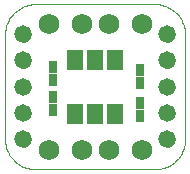
<source format=gts>
G75*
%MOIN*%
%OFA0B0*%
%FSLAX24Y24*%
%IPPOS*%
%LPD*%
%AMOC8*
5,1,8,0,0,1.08239X$1,22.5*
%
%ADD10C,0.0040*%
%ADD11C,0.0000*%
%ADD12C,0.0680*%
%ADD13C,0.0580*%
%ADD14R,0.0552X0.0671*%
%ADD15R,0.0316X0.0395*%
D10*
X001120Y000120D02*
X005120Y000120D01*
X005180Y000122D01*
X005241Y000127D01*
X005300Y000136D01*
X005359Y000149D01*
X005418Y000165D01*
X005475Y000185D01*
X005530Y000208D01*
X005585Y000235D01*
X005637Y000264D01*
X005688Y000297D01*
X005737Y000333D01*
X005783Y000371D01*
X005827Y000413D01*
X005869Y000457D01*
X005907Y000503D01*
X005943Y000552D01*
X005976Y000603D01*
X006005Y000655D01*
X006032Y000710D01*
X006055Y000765D01*
X006075Y000822D01*
X006091Y000881D01*
X006104Y000940D01*
X006113Y000999D01*
X006118Y001060D01*
X006120Y001120D01*
X006120Y004620D01*
X006118Y004680D01*
X006113Y004741D01*
X006104Y004800D01*
X006091Y004859D01*
X006075Y004918D01*
X006055Y004975D01*
X006032Y005030D01*
X006005Y005085D01*
X005976Y005137D01*
X005943Y005188D01*
X005907Y005237D01*
X005869Y005283D01*
X005827Y005327D01*
X005783Y005369D01*
X005737Y005407D01*
X005688Y005443D01*
X005637Y005476D01*
X005585Y005505D01*
X005530Y005532D01*
X005475Y005555D01*
X005418Y005575D01*
X005359Y005591D01*
X005300Y005604D01*
X005241Y005613D01*
X005180Y005618D01*
X005120Y005620D01*
X001120Y005620D01*
X001060Y005618D01*
X000999Y005613D01*
X000940Y005604D01*
X000881Y005591D01*
X000822Y005575D01*
X000765Y005555D01*
X000710Y005532D01*
X000655Y005505D01*
X000603Y005476D01*
X000552Y005443D01*
X000503Y005407D01*
X000457Y005369D01*
X000413Y005327D01*
X000371Y005283D01*
X000333Y005237D01*
X000297Y005188D01*
X000264Y005137D01*
X000235Y005085D01*
X000208Y005030D01*
X000185Y004975D01*
X000165Y004918D01*
X000149Y004859D01*
X000136Y004800D01*
X000127Y004741D01*
X000122Y004680D01*
X000120Y004620D01*
X000120Y001120D01*
X000122Y001060D01*
X000127Y000999D01*
X000136Y000940D01*
X000149Y000881D01*
X000165Y000822D01*
X000185Y000765D01*
X000208Y000710D01*
X000235Y000655D01*
X000264Y000603D01*
X000297Y000552D01*
X000333Y000503D01*
X000371Y000457D01*
X000413Y000413D01*
X000457Y000371D01*
X000503Y000333D01*
X000552Y000297D01*
X000603Y000264D01*
X000655Y000235D01*
X000710Y000208D01*
X000765Y000185D01*
X000822Y000165D01*
X000881Y000149D01*
X000940Y000136D01*
X000999Y000127D01*
X001060Y000122D01*
X001120Y000120D01*
D11*
X001270Y000770D02*
X001272Y000804D01*
X001278Y000838D01*
X001287Y000871D01*
X001301Y000902D01*
X001318Y000932D01*
X001338Y000960D01*
X001361Y000985D01*
X001387Y001008D01*
X001415Y001027D01*
X001445Y001043D01*
X001477Y001055D01*
X001510Y001064D01*
X001544Y001069D01*
X001579Y001070D01*
X001613Y001067D01*
X001646Y001060D01*
X001679Y001050D01*
X001710Y001035D01*
X001739Y001018D01*
X001766Y000997D01*
X001791Y000973D01*
X001813Y000946D01*
X001831Y000918D01*
X001846Y000887D01*
X001858Y000855D01*
X001866Y000821D01*
X001870Y000787D01*
X001870Y000753D01*
X001866Y000719D01*
X001858Y000685D01*
X001846Y000653D01*
X001831Y000622D01*
X001813Y000594D01*
X001791Y000567D01*
X001766Y000543D01*
X001739Y000522D01*
X001710Y000505D01*
X001679Y000490D01*
X001646Y000480D01*
X001613Y000473D01*
X001579Y000470D01*
X001544Y000471D01*
X001510Y000476D01*
X001477Y000485D01*
X001445Y000497D01*
X001415Y000513D01*
X001387Y000532D01*
X001361Y000555D01*
X001338Y000580D01*
X001318Y000608D01*
X001301Y000638D01*
X001287Y000669D01*
X001278Y000702D01*
X001272Y000736D01*
X001270Y000770D01*
X000470Y001120D02*
X000472Y001151D01*
X000478Y001182D01*
X000488Y001212D01*
X000501Y001240D01*
X000518Y001267D01*
X000538Y001291D01*
X000561Y001313D01*
X000586Y001331D01*
X000614Y001346D01*
X000643Y001358D01*
X000673Y001366D01*
X000704Y001370D01*
X000736Y001370D01*
X000767Y001366D01*
X000797Y001358D01*
X000826Y001346D01*
X000854Y001331D01*
X000879Y001313D01*
X000902Y001291D01*
X000922Y001267D01*
X000939Y001240D01*
X000952Y001212D01*
X000962Y001182D01*
X000968Y001151D01*
X000970Y001120D01*
X000968Y001089D01*
X000962Y001058D01*
X000952Y001028D01*
X000939Y001000D01*
X000922Y000973D01*
X000902Y000949D01*
X000879Y000927D01*
X000854Y000909D01*
X000826Y000894D01*
X000797Y000882D01*
X000767Y000874D01*
X000736Y000870D01*
X000704Y000870D01*
X000673Y000874D01*
X000643Y000882D01*
X000614Y000894D01*
X000586Y000909D01*
X000561Y000927D01*
X000538Y000949D01*
X000518Y000973D01*
X000501Y001000D01*
X000488Y001028D01*
X000478Y001058D01*
X000472Y001089D01*
X000470Y001120D01*
X000470Y001995D02*
X000472Y002026D01*
X000478Y002057D01*
X000488Y002087D01*
X000501Y002115D01*
X000518Y002142D01*
X000538Y002166D01*
X000561Y002188D01*
X000586Y002206D01*
X000614Y002221D01*
X000643Y002233D01*
X000673Y002241D01*
X000704Y002245D01*
X000736Y002245D01*
X000767Y002241D01*
X000797Y002233D01*
X000826Y002221D01*
X000854Y002206D01*
X000879Y002188D01*
X000902Y002166D01*
X000922Y002142D01*
X000939Y002115D01*
X000952Y002087D01*
X000962Y002057D01*
X000968Y002026D01*
X000970Y001995D01*
X000968Y001964D01*
X000962Y001933D01*
X000952Y001903D01*
X000939Y001875D01*
X000922Y001848D01*
X000902Y001824D01*
X000879Y001802D01*
X000854Y001784D01*
X000826Y001769D01*
X000797Y001757D01*
X000767Y001749D01*
X000736Y001745D01*
X000704Y001745D01*
X000673Y001749D01*
X000643Y001757D01*
X000614Y001769D01*
X000586Y001784D01*
X000561Y001802D01*
X000538Y001824D01*
X000518Y001848D01*
X000501Y001875D01*
X000488Y001903D01*
X000478Y001933D01*
X000472Y001964D01*
X000470Y001995D01*
X000470Y002870D02*
X000472Y002901D01*
X000478Y002932D01*
X000488Y002962D01*
X000501Y002990D01*
X000518Y003017D01*
X000538Y003041D01*
X000561Y003063D01*
X000586Y003081D01*
X000614Y003096D01*
X000643Y003108D01*
X000673Y003116D01*
X000704Y003120D01*
X000736Y003120D01*
X000767Y003116D01*
X000797Y003108D01*
X000826Y003096D01*
X000854Y003081D01*
X000879Y003063D01*
X000902Y003041D01*
X000922Y003017D01*
X000939Y002990D01*
X000952Y002962D01*
X000962Y002932D01*
X000968Y002901D01*
X000970Y002870D01*
X000968Y002839D01*
X000962Y002808D01*
X000952Y002778D01*
X000939Y002750D01*
X000922Y002723D01*
X000902Y002699D01*
X000879Y002677D01*
X000854Y002659D01*
X000826Y002644D01*
X000797Y002632D01*
X000767Y002624D01*
X000736Y002620D01*
X000704Y002620D01*
X000673Y002624D01*
X000643Y002632D01*
X000614Y002644D01*
X000586Y002659D01*
X000561Y002677D01*
X000538Y002699D01*
X000518Y002723D01*
X000501Y002750D01*
X000488Y002778D01*
X000478Y002808D01*
X000472Y002839D01*
X000470Y002870D01*
X000470Y003745D02*
X000472Y003776D01*
X000478Y003807D01*
X000488Y003837D01*
X000501Y003865D01*
X000518Y003892D01*
X000538Y003916D01*
X000561Y003938D01*
X000586Y003956D01*
X000614Y003971D01*
X000643Y003983D01*
X000673Y003991D01*
X000704Y003995D01*
X000736Y003995D01*
X000767Y003991D01*
X000797Y003983D01*
X000826Y003971D01*
X000854Y003956D01*
X000879Y003938D01*
X000902Y003916D01*
X000922Y003892D01*
X000939Y003865D01*
X000952Y003837D01*
X000962Y003807D01*
X000968Y003776D01*
X000970Y003745D01*
X000968Y003714D01*
X000962Y003683D01*
X000952Y003653D01*
X000939Y003625D01*
X000922Y003598D01*
X000902Y003574D01*
X000879Y003552D01*
X000854Y003534D01*
X000826Y003519D01*
X000797Y003507D01*
X000767Y003499D01*
X000736Y003495D01*
X000704Y003495D01*
X000673Y003499D01*
X000643Y003507D01*
X000614Y003519D01*
X000586Y003534D01*
X000561Y003552D01*
X000538Y003574D01*
X000518Y003598D01*
X000501Y003625D01*
X000488Y003653D01*
X000478Y003683D01*
X000472Y003714D01*
X000470Y003745D01*
X000470Y004620D02*
X000472Y004651D01*
X000478Y004682D01*
X000488Y004712D01*
X000501Y004740D01*
X000518Y004767D01*
X000538Y004791D01*
X000561Y004813D01*
X000586Y004831D01*
X000614Y004846D01*
X000643Y004858D01*
X000673Y004866D01*
X000704Y004870D01*
X000736Y004870D01*
X000767Y004866D01*
X000797Y004858D01*
X000826Y004846D01*
X000854Y004831D01*
X000879Y004813D01*
X000902Y004791D01*
X000922Y004767D01*
X000939Y004740D01*
X000952Y004712D01*
X000962Y004682D01*
X000968Y004651D01*
X000970Y004620D01*
X000968Y004589D01*
X000962Y004558D01*
X000952Y004528D01*
X000939Y004500D01*
X000922Y004473D01*
X000902Y004449D01*
X000879Y004427D01*
X000854Y004409D01*
X000826Y004394D01*
X000797Y004382D01*
X000767Y004374D01*
X000736Y004370D01*
X000704Y004370D01*
X000673Y004374D01*
X000643Y004382D01*
X000614Y004394D01*
X000586Y004409D01*
X000561Y004427D01*
X000538Y004449D01*
X000518Y004473D01*
X000501Y004500D01*
X000488Y004528D01*
X000478Y004558D01*
X000472Y004589D01*
X000470Y004620D01*
X001270Y004970D02*
X001272Y005004D01*
X001278Y005038D01*
X001287Y005071D01*
X001301Y005102D01*
X001318Y005132D01*
X001338Y005160D01*
X001361Y005185D01*
X001387Y005208D01*
X001415Y005227D01*
X001445Y005243D01*
X001477Y005255D01*
X001510Y005264D01*
X001544Y005269D01*
X001579Y005270D01*
X001613Y005267D01*
X001646Y005260D01*
X001679Y005250D01*
X001710Y005235D01*
X001739Y005218D01*
X001766Y005197D01*
X001791Y005173D01*
X001813Y005146D01*
X001831Y005118D01*
X001846Y005087D01*
X001858Y005055D01*
X001866Y005021D01*
X001870Y004987D01*
X001870Y004953D01*
X001866Y004919D01*
X001858Y004885D01*
X001846Y004853D01*
X001831Y004822D01*
X001813Y004794D01*
X001791Y004767D01*
X001766Y004743D01*
X001739Y004722D01*
X001710Y004705D01*
X001679Y004690D01*
X001646Y004680D01*
X001613Y004673D01*
X001579Y004670D01*
X001544Y004671D01*
X001510Y004676D01*
X001477Y004685D01*
X001445Y004697D01*
X001415Y004713D01*
X001387Y004732D01*
X001361Y004755D01*
X001338Y004780D01*
X001318Y004808D01*
X001301Y004838D01*
X001287Y004869D01*
X001278Y004902D01*
X001272Y004936D01*
X001270Y004970D01*
X002370Y004970D02*
X002372Y005004D01*
X002378Y005038D01*
X002387Y005071D01*
X002401Y005102D01*
X002418Y005132D01*
X002438Y005160D01*
X002461Y005185D01*
X002487Y005208D01*
X002515Y005227D01*
X002545Y005243D01*
X002577Y005255D01*
X002610Y005264D01*
X002644Y005269D01*
X002679Y005270D01*
X002713Y005267D01*
X002746Y005260D01*
X002779Y005250D01*
X002810Y005235D01*
X002839Y005218D01*
X002866Y005197D01*
X002891Y005173D01*
X002913Y005146D01*
X002931Y005118D01*
X002946Y005087D01*
X002958Y005055D01*
X002966Y005021D01*
X002970Y004987D01*
X002970Y004953D01*
X002966Y004919D01*
X002958Y004885D01*
X002946Y004853D01*
X002931Y004822D01*
X002913Y004794D01*
X002891Y004767D01*
X002866Y004743D01*
X002839Y004722D01*
X002810Y004705D01*
X002779Y004690D01*
X002746Y004680D01*
X002713Y004673D01*
X002679Y004670D01*
X002644Y004671D01*
X002610Y004676D01*
X002577Y004685D01*
X002545Y004697D01*
X002515Y004713D01*
X002487Y004732D01*
X002461Y004755D01*
X002438Y004780D01*
X002418Y004808D01*
X002401Y004838D01*
X002387Y004869D01*
X002378Y004902D01*
X002372Y004936D01*
X002370Y004970D01*
X003270Y004970D02*
X003272Y005004D01*
X003278Y005038D01*
X003287Y005071D01*
X003301Y005102D01*
X003318Y005132D01*
X003338Y005160D01*
X003361Y005185D01*
X003387Y005208D01*
X003415Y005227D01*
X003445Y005243D01*
X003477Y005255D01*
X003510Y005264D01*
X003544Y005269D01*
X003579Y005270D01*
X003613Y005267D01*
X003646Y005260D01*
X003679Y005250D01*
X003710Y005235D01*
X003739Y005218D01*
X003766Y005197D01*
X003791Y005173D01*
X003813Y005146D01*
X003831Y005118D01*
X003846Y005087D01*
X003858Y005055D01*
X003866Y005021D01*
X003870Y004987D01*
X003870Y004953D01*
X003866Y004919D01*
X003858Y004885D01*
X003846Y004853D01*
X003831Y004822D01*
X003813Y004794D01*
X003791Y004767D01*
X003766Y004743D01*
X003739Y004722D01*
X003710Y004705D01*
X003679Y004690D01*
X003646Y004680D01*
X003613Y004673D01*
X003579Y004670D01*
X003544Y004671D01*
X003510Y004676D01*
X003477Y004685D01*
X003445Y004697D01*
X003415Y004713D01*
X003387Y004732D01*
X003361Y004755D01*
X003338Y004780D01*
X003318Y004808D01*
X003301Y004838D01*
X003287Y004869D01*
X003278Y004902D01*
X003272Y004936D01*
X003270Y004970D01*
X004370Y004970D02*
X004372Y005004D01*
X004378Y005038D01*
X004387Y005071D01*
X004401Y005102D01*
X004418Y005132D01*
X004438Y005160D01*
X004461Y005185D01*
X004487Y005208D01*
X004515Y005227D01*
X004545Y005243D01*
X004577Y005255D01*
X004610Y005264D01*
X004644Y005269D01*
X004679Y005270D01*
X004713Y005267D01*
X004746Y005260D01*
X004779Y005250D01*
X004810Y005235D01*
X004839Y005218D01*
X004866Y005197D01*
X004891Y005173D01*
X004913Y005146D01*
X004931Y005118D01*
X004946Y005087D01*
X004958Y005055D01*
X004966Y005021D01*
X004970Y004987D01*
X004970Y004953D01*
X004966Y004919D01*
X004958Y004885D01*
X004946Y004853D01*
X004931Y004822D01*
X004913Y004794D01*
X004891Y004767D01*
X004866Y004743D01*
X004839Y004722D01*
X004810Y004705D01*
X004779Y004690D01*
X004746Y004680D01*
X004713Y004673D01*
X004679Y004670D01*
X004644Y004671D01*
X004610Y004676D01*
X004577Y004685D01*
X004545Y004697D01*
X004515Y004713D01*
X004487Y004732D01*
X004461Y004755D01*
X004438Y004780D01*
X004418Y004808D01*
X004401Y004838D01*
X004387Y004869D01*
X004378Y004902D01*
X004372Y004936D01*
X004370Y004970D01*
X005270Y004620D02*
X005272Y004651D01*
X005278Y004682D01*
X005288Y004712D01*
X005301Y004740D01*
X005318Y004767D01*
X005338Y004791D01*
X005361Y004813D01*
X005386Y004831D01*
X005414Y004846D01*
X005443Y004858D01*
X005473Y004866D01*
X005504Y004870D01*
X005536Y004870D01*
X005567Y004866D01*
X005597Y004858D01*
X005626Y004846D01*
X005654Y004831D01*
X005679Y004813D01*
X005702Y004791D01*
X005722Y004767D01*
X005739Y004740D01*
X005752Y004712D01*
X005762Y004682D01*
X005768Y004651D01*
X005770Y004620D01*
X005768Y004589D01*
X005762Y004558D01*
X005752Y004528D01*
X005739Y004500D01*
X005722Y004473D01*
X005702Y004449D01*
X005679Y004427D01*
X005654Y004409D01*
X005626Y004394D01*
X005597Y004382D01*
X005567Y004374D01*
X005536Y004370D01*
X005504Y004370D01*
X005473Y004374D01*
X005443Y004382D01*
X005414Y004394D01*
X005386Y004409D01*
X005361Y004427D01*
X005338Y004449D01*
X005318Y004473D01*
X005301Y004500D01*
X005288Y004528D01*
X005278Y004558D01*
X005272Y004589D01*
X005270Y004620D01*
X005270Y003745D02*
X005272Y003776D01*
X005278Y003807D01*
X005288Y003837D01*
X005301Y003865D01*
X005318Y003892D01*
X005338Y003916D01*
X005361Y003938D01*
X005386Y003956D01*
X005414Y003971D01*
X005443Y003983D01*
X005473Y003991D01*
X005504Y003995D01*
X005536Y003995D01*
X005567Y003991D01*
X005597Y003983D01*
X005626Y003971D01*
X005654Y003956D01*
X005679Y003938D01*
X005702Y003916D01*
X005722Y003892D01*
X005739Y003865D01*
X005752Y003837D01*
X005762Y003807D01*
X005768Y003776D01*
X005770Y003745D01*
X005768Y003714D01*
X005762Y003683D01*
X005752Y003653D01*
X005739Y003625D01*
X005722Y003598D01*
X005702Y003574D01*
X005679Y003552D01*
X005654Y003534D01*
X005626Y003519D01*
X005597Y003507D01*
X005567Y003499D01*
X005536Y003495D01*
X005504Y003495D01*
X005473Y003499D01*
X005443Y003507D01*
X005414Y003519D01*
X005386Y003534D01*
X005361Y003552D01*
X005338Y003574D01*
X005318Y003598D01*
X005301Y003625D01*
X005288Y003653D01*
X005278Y003683D01*
X005272Y003714D01*
X005270Y003745D01*
X005270Y002870D02*
X005272Y002901D01*
X005278Y002932D01*
X005288Y002962D01*
X005301Y002990D01*
X005318Y003017D01*
X005338Y003041D01*
X005361Y003063D01*
X005386Y003081D01*
X005414Y003096D01*
X005443Y003108D01*
X005473Y003116D01*
X005504Y003120D01*
X005536Y003120D01*
X005567Y003116D01*
X005597Y003108D01*
X005626Y003096D01*
X005654Y003081D01*
X005679Y003063D01*
X005702Y003041D01*
X005722Y003017D01*
X005739Y002990D01*
X005752Y002962D01*
X005762Y002932D01*
X005768Y002901D01*
X005770Y002870D01*
X005768Y002839D01*
X005762Y002808D01*
X005752Y002778D01*
X005739Y002750D01*
X005722Y002723D01*
X005702Y002699D01*
X005679Y002677D01*
X005654Y002659D01*
X005626Y002644D01*
X005597Y002632D01*
X005567Y002624D01*
X005536Y002620D01*
X005504Y002620D01*
X005473Y002624D01*
X005443Y002632D01*
X005414Y002644D01*
X005386Y002659D01*
X005361Y002677D01*
X005338Y002699D01*
X005318Y002723D01*
X005301Y002750D01*
X005288Y002778D01*
X005278Y002808D01*
X005272Y002839D01*
X005270Y002870D01*
X005270Y001995D02*
X005272Y002026D01*
X005278Y002057D01*
X005288Y002087D01*
X005301Y002115D01*
X005318Y002142D01*
X005338Y002166D01*
X005361Y002188D01*
X005386Y002206D01*
X005414Y002221D01*
X005443Y002233D01*
X005473Y002241D01*
X005504Y002245D01*
X005536Y002245D01*
X005567Y002241D01*
X005597Y002233D01*
X005626Y002221D01*
X005654Y002206D01*
X005679Y002188D01*
X005702Y002166D01*
X005722Y002142D01*
X005739Y002115D01*
X005752Y002087D01*
X005762Y002057D01*
X005768Y002026D01*
X005770Y001995D01*
X005768Y001964D01*
X005762Y001933D01*
X005752Y001903D01*
X005739Y001875D01*
X005722Y001848D01*
X005702Y001824D01*
X005679Y001802D01*
X005654Y001784D01*
X005626Y001769D01*
X005597Y001757D01*
X005567Y001749D01*
X005536Y001745D01*
X005504Y001745D01*
X005473Y001749D01*
X005443Y001757D01*
X005414Y001769D01*
X005386Y001784D01*
X005361Y001802D01*
X005338Y001824D01*
X005318Y001848D01*
X005301Y001875D01*
X005288Y001903D01*
X005278Y001933D01*
X005272Y001964D01*
X005270Y001995D01*
X005270Y001120D02*
X005272Y001151D01*
X005278Y001182D01*
X005288Y001212D01*
X005301Y001240D01*
X005318Y001267D01*
X005338Y001291D01*
X005361Y001313D01*
X005386Y001331D01*
X005414Y001346D01*
X005443Y001358D01*
X005473Y001366D01*
X005504Y001370D01*
X005536Y001370D01*
X005567Y001366D01*
X005597Y001358D01*
X005626Y001346D01*
X005654Y001331D01*
X005679Y001313D01*
X005702Y001291D01*
X005722Y001267D01*
X005739Y001240D01*
X005752Y001212D01*
X005762Y001182D01*
X005768Y001151D01*
X005770Y001120D01*
X005768Y001089D01*
X005762Y001058D01*
X005752Y001028D01*
X005739Y001000D01*
X005722Y000973D01*
X005702Y000949D01*
X005679Y000927D01*
X005654Y000909D01*
X005626Y000894D01*
X005597Y000882D01*
X005567Y000874D01*
X005536Y000870D01*
X005504Y000870D01*
X005473Y000874D01*
X005443Y000882D01*
X005414Y000894D01*
X005386Y000909D01*
X005361Y000927D01*
X005338Y000949D01*
X005318Y000973D01*
X005301Y001000D01*
X005288Y001028D01*
X005278Y001058D01*
X005272Y001089D01*
X005270Y001120D01*
X004370Y000770D02*
X004372Y000804D01*
X004378Y000838D01*
X004387Y000871D01*
X004401Y000902D01*
X004418Y000932D01*
X004438Y000960D01*
X004461Y000985D01*
X004487Y001008D01*
X004515Y001027D01*
X004545Y001043D01*
X004577Y001055D01*
X004610Y001064D01*
X004644Y001069D01*
X004679Y001070D01*
X004713Y001067D01*
X004746Y001060D01*
X004779Y001050D01*
X004810Y001035D01*
X004839Y001018D01*
X004866Y000997D01*
X004891Y000973D01*
X004913Y000946D01*
X004931Y000918D01*
X004946Y000887D01*
X004958Y000855D01*
X004966Y000821D01*
X004970Y000787D01*
X004970Y000753D01*
X004966Y000719D01*
X004958Y000685D01*
X004946Y000653D01*
X004931Y000622D01*
X004913Y000594D01*
X004891Y000567D01*
X004866Y000543D01*
X004839Y000522D01*
X004810Y000505D01*
X004779Y000490D01*
X004746Y000480D01*
X004713Y000473D01*
X004679Y000470D01*
X004644Y000471D01*
X004610Y000476D01*
X004577Y000485D01*
X004545Y000497D01*
X004515Y000513D01*
X004487Y000532D01*
X004461Y000555D01*
X004438Y000580D01*
X004418Y000608D01*
X004401Y000638D01*
X004387Y000669D01*
X004378Y000702D01*
X004372Y000736D01*
X004370Y000770D01*
X003270Y000770D02*
X003272Y000804D01*
X003278Y000838D01*
X003287Y000871D01*
X003301Y000902D01*
X003318Y000932D01*
X003338Y000960D01*
X003361Y000985D01*
X003387Y001008D01*
X003415Y001027D01*
X003445Y001043D01*
X003477Y001055D01*
X003510Y001064D01*
X003544Y001069D01*
X003579Y001070D01*
X003613Y001067D01*
X003646Y001060D01*
X003679Y001050D01*
X003710Y001035D01*
X003739Y001018D01*
X003766Y000997D01*
X003791Y000973D01*
X003813Y000946D01*
X003831Y000918D01*
X003846Y000887D01*
X003858Y000855D01*
X003866Y000821D01*
X003870Y000787D01*
X003870Y000753D01*
X003866Y000719D01*
X003858Y000685D01*
X003846Y000653D01*
X003831Y000622D01*
X003813Y000594D01*
X003791Y000567D01*
X003766Y000543D01*
X003739Y000522D01*
X003710Y000505D01*
X003679Y000490D01*
X003646Y000480D01*
X003613Y000473D01*
X003579Y000470D01*
X003544Y000471D01*
X003510Y000476D01*
X003477Y000485D01*
X003445Y000497D01*
X003415Y000513D01*
X003387Y000532D01*
X003361Y000555D01*
X003338Y000580D01*
X003318Y000608D01*
X003301Y000638D01*
X003287Y000669D01*
X003278Y000702D01*
X003272Y000736D01*
X003270Y000770D01*
X002370Y000770D02*
X002372Y000804D01*
X002378Y000838D01*
X002387Y000871D01*
X002401Y000902D01*
X002418Y000932D01*
X002438Y000960D01*
X002461Y000985D01*
X002487Y001008D01*
X002515Y001027D01*
X002545Y001043D01*
X002577Y001055D01*
X002610Y001064D01*
X002644Y001069D01*
X002679Y001070D01*
X002713Y001067D01*
X002746Y001060D01*
X002779Y001050D01*
X002810Y001035D01*
X002839Y001018D01*
X002866Y000997D01*
X002891Y000973D01*
X002913Y000946D01*
X002931Y000918D01*
X002946Y000887D01*
X002958Y000855D01*
X002966Y000821D01*
X002970Y000787D01*
X002970Y000753D01*
X002966Y000719D01*
X002958Y000685D01*
X002946Y000653D01*
X002931Y000622D01*
X002913Y000594D01*
X002891Y000567D01*
X002866Y000543D01*
X002839Y000522D01*
X002810Y000505D01*
X002779Y000490D01*
X002746Y000480D01*
X002713Y000473D01*
X002679Y000470D01*
X002644Y000471D01*
X002610Y000476D01*
X002577Y000485D01*
X002545Y000497D01*
X002515Y000513D01*
X002487Y000532D01*
X002461Y000555D01*
X002438Y000580D01*
X002418Y000608D01*
X002401Y000638D01*
X002387Y000669D01*
X002378Y000702D01*
X002372Y000736D01*
X002370Y000770D01*
D12*
X002670Y000770D03*
X003570Y000770D03*
X004670Y000770D03*
X001570Y000770D03*
X001570Y004970D03*
X002670Y004970D03*
X003570Y004970D03*
X004670Y004970D03*
D13*
X005520Y004620D03*
X005520Y003745D03*
X005520Y002870D03*
X005520Y001995D03*
X005520Y001120D03*
X000720Y001120D03*
X000720Y001995D03*
X000720Y002870D03*
X000720Y003745D03*
X000720Y004620D03*
D14*
X002451Y003776D03*
X003120Y003776D03*
X003789Y003776D03*
X003789Y001964D03*
X003120Y001964D03*
X002451Y001964D03*
D15*
X001720Y002103D03*
X001720Y002537D03*
X001720Y003103D03*
X001720Y003537D03*
X004620Y003437D03*
X004620Y003003D03*
X004620Y002337D03*
X004620Y001903D03*
M02*

</source>
